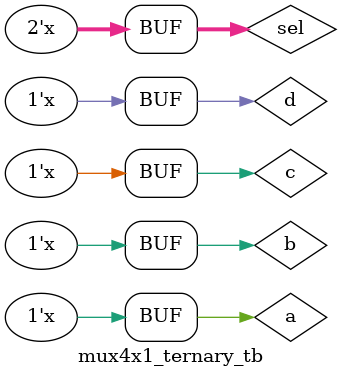
<source format=v>
module mux2x1_ternary(a,b,sel,y);
  input a,b,sel;
  output y;
  
  assign y=sel?b:a;
  
endmodule

module mux4x1_ternary(a,b,c,d,sel,y);
  input a,b,c,d;
  input [1:0]sel;
  output y;
  
  assign y=sel[1]?(sel[0]?d:c):(sel[0]?b:a);
  
endmodule

module mux4x1_ternary_tb;
  reg a,b,c,d;
  reg [1:0]sel;
  wire y;
  
  mux4x1_ternary dut4(a,b,c,d,sel,y);
  
  initial
  begin
    a=0;b=0;c=0;d=0;sel=0;
  end
  
  always #10  a=~a;
  always #20  b=~b;
  always #40  c=~c;
  always #80  d=~d;
  always #160 sel=sel+1;
  
endmodule



</source>
